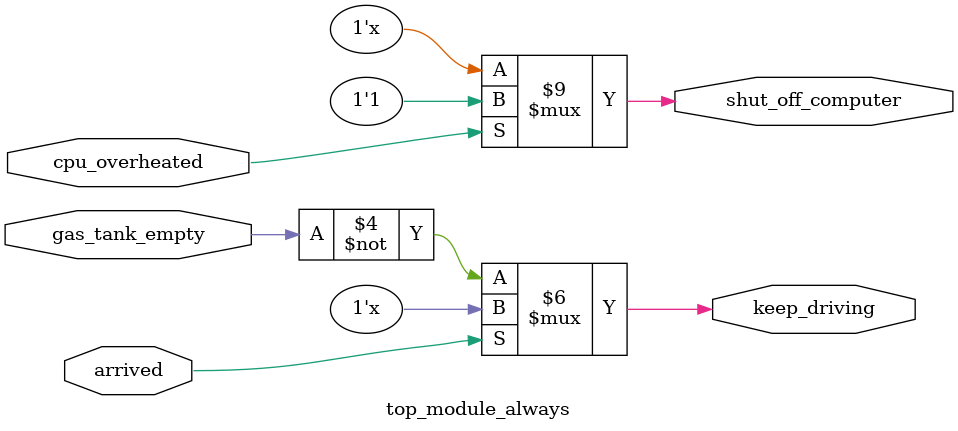
<source format=v>
module top_module_always (
    input      cpu_overheated,
    output reg shut_off_computer,
    input      arrived,
    input      gas_tank_empty,
    output reg keep_driving
);

    always @(*) begin
        if (cpu_overheated)
           shut_off_computer = 1;
    end

    always @(*) begin
        if (~arrived)
           keep_driving = ~gas_tank_empty;
    end

endmodule
// This code has incomplete if statements that create latches
// Ensure all outputs are assigned in all cases
// shut_off_computer should be 0 when CPU is not overheated
// keep_driving should be 0 when arrived at destination
</source>
